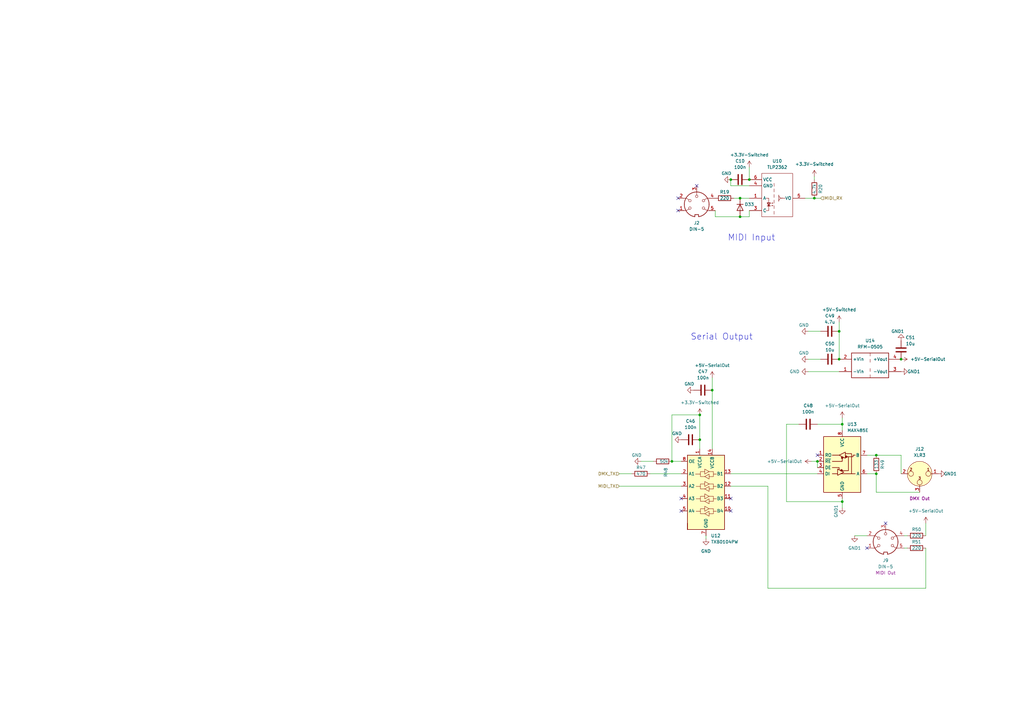
<source format=kicad_sch>
(kicad_sch (version 20211123) (generator eeschema)
  (paper "A3")
  (title_block (rev "v0.1.1") (comment 1 "MOOD: MOdular OpenDeck"))
  (lib_symbols
    (symbol "Connector:DIN-5" (pin_names (offset 1.016))
      (property "Reference" "J" (at 3.175 5.715 0))
      (property "Value" "DIN-5" (at 0 -6.35 0))
      (symbol "DIN-5_0_1"
        (arc (start -5.08 0) (mid -3.8609 -3.3364) (end -0.762 -5.08) (stroke (width 0.254)))
        (circle (center -2.794 -1.524) (radius 0.508))
        (circle (center -2.794 1.524) (radius 0.508))
        (polyline (pts (xy 0 5.08) (xy 0 3.81)))
        (polyline (pts (xy -5.08 -2.54) (xy -4.318 -2.54) (xy -3.175 -1.905)))
        (polyline (pts (xy -5.08 2.54) (xy -4.318 2.54) (xy -3.175 1.905)))
        (polyline (pts (xy 5.08 -2.54) (xy 4.318 -2.54) (xy 3.175 -1.905)))
        (polyline (pts (xy 5.08 2.54) (xy 4.318 2.54) (xy 3.175 1.905)))
        (polyline (pts (xy -0.762 -4.953) (xy -0.762 -4.191) (xy 0.762 -4.191) (xy 0.762 -4.953)) (stroke (width 0.254)))
        (circle (center 0 3.302) (radius 0.508))
        (arc (start 0.762 -5.08) (mid 3.8685 -3.343) (end 5.08 0) (stroke (width 0.254)))
        (circle (center 2.794 -1.524) (radius 0.508))
        (circle (center 2.794 1.524) (radius 0.508))
        (arc (start 5.08 0) (mid 0 5.08) (end -5.08 0) (stroke (width 0.254)))
      )
      (symbol "DIN-5_1_1"
        (pin passive line (at -7.62 -2.54 0) (length 2.54) (name "~") (number "1"))
        (pin passive line (at -7.62 2.54 0) (length 2.54) (name "~") (number "2"))
        (pin passive line (at 0 7.62 270) (length 2.54) (name "~") (number "3"))
        (pin passive line (at 7.62 2.54 180) (length 2.54) (name "~") (number "4"))
        (pin passive line (at 7.62 -2.54 180) (length 2.54) (name "~") (number "5"))
      )
    )
    (symbol "Connector:XLR3" (pin_names hide)
      (property "Reference" "J" (at 0 8.89 0))
      (property "Value" "XLR3" (at 0 6.35 0))
      (symbol "XLR3_0_1"
        (circle (center -3.556 0) (radius 1.016))
        (circle (center 0 -3.556) (radius 1.016))
        (polyline (pts (xy -5.08 0) (xy -4.572 0)))
        (polyline (pts (xy 0 -5.08) (xy 0 -4.572)))
        (polyline (pts (xy 5.08 0) (xy 4.572 0)))
        (circle (center 0 0) (radius 5.08) (fill (type background)))
        (circle (center 3.556 0) (radius 1.016))
        (text "1" (at -3.556 1.778 0) (effects (font (size 1.016 1.016) bold)))
        (text "2" (at 3.556 1.778 0) (effects (font (size 1.016 1.016) bold)))
        (text "3" (at 0 -1.778 0) (effects (font (size 1.016 1.016) bold)))
        (pin passive line (at -7.62 0 0) (length 2.54) (name "~") (number "1"))
        (pin passive line (at 7.62 0 180) (length 2.54) (name "~") (number "2"))
        (pin passive line (at 0 -7.62 90) (length 2.54) (name "~") (number "3"))
      )
    )
    (symbol "DIN-5_1" (pin_names (offset 1.016))
      (property "Reference" "J" (at 3.175 5.715 0))
      (property "Value" "DIN-5_1" (at 0 -6.35 0))
      (symbol "DIN-5_1_0_1"
        (arc (start -5.08 0) (mid -3.8609 -3.3364) (end -0.762 -5.08) (stroke (width 0.254)))
        (circle (center -2.794 -1.524) (radius 0.508))
        (circle (center -2.794 1.524) (radius 0.508))
        (polyline (pts (xy 0 5.08) (xy 0 3.81)))
        (polyline (pts (xy -5.08 -2.54) (xy -4.318 -2.54) (xy -3.175 -1.905)))
        (polyline (pts (xy -5.08 2.54) (xy -4.318 2.54) (xy -3.175 1.905)))
        (polyline (pts (xy 5.08 -2.54) (xy 4.318 -2.54) (xy 3.175 -1.905)))
        (polyline (pts (xy 5.08 2.54) (xy 4.318 2.54) (xy 3.175 1.905)))
        (polyline (pts (xy -0.762 -4.953) (xy -0.762 -4.191) (xy 0.762 -4.191) (xy 0.762 -4.953)) (stroke (width 0.254)))
        (circle (center 0 3.302) (radius 0.508))
        (arc (start 0.762 -5.08) (mid 3.8685 -3.343) (end 5.08 0) (stroke (width 0.254)))
        (circle (center 2.794 -1.524) (radius 0.508))
        (circle (center 2.794 1.524) (radius 0.508))
        (arc (start 5.08 0) (mid 0 5.08) (end -5.08 0) (stroke (width 0.254)))
      )
      (symbol "DIN-5_1_1_1"
        (pin passive line (at -7.62 -2.54 0) (length 2.54) (name "~") (number "1"))
        (pin passive line (at -7.62 2.54 0) (length 2.54) (name "~") (number "2"))
        (pin passive line (at 0 7.62 270) (length 2.54) (name "~") (number "3"))
        (pin passive line (at 7.62 2.54 180) (length 2.54) (name "~") (number "4"))
        (pin passive line (at 7.62 -2.54 180) (length 2.54) (name "~") (number "5"))
      )
    )
    (symbol "Device:C" (pin_numbers hide) (pin_names (offset 0.254))
      (property "Reference" "C" (at 0.635 2.54 0))
      (property "Value" "C" (at 0.635 -2.54 0))
      (symbol "C_0_1"
        (polyline (pts (xy -2.032 -0.762) (xy 2.032 -0.762)) (stroke (width 0.508)))
        (polyline (pts (xy -2.032 0.762) (xy 2.032 0.762)) (stroke (width 0.508)))
      )
      (symbol "C_1_1"
        (pin passive line (at 0 3.81 270) (length 2.794) (name "~") (number "1"))
        (pin passive line (at 0 -3.81 90) (length 2.794) (name "~") (number "2"))
      )
    )
    (symbol "Device:R" (pin_numbers hide) (pin_names (offset 0))
      (property "Reference" "R" (at 2.032 0 90))
      (property "Value" "R" (at 0 0 90))
      (symbol "R_0_1"
        (rectangle (start -1.016 -2.54) (end 1.016 2.54) (stroke (width 0.254)))
      )
      (symbol "R_1_1"
        (pin passive line (at 0 3.81 270) (length 1.27) (name "~") (number "1"))
        (pin passive line (at 0 -3.81 90) (length 1.27) (name "~") (number "2"))
      )
    )
    (symbol "Diode:1N4148WT" (pin_numbers hide) (pin_names (offset 1.016) hide)
      (property "Reference" "D" (at 0 2.54 0))
      (property "Value" "1N4148WT" (at 0 -2.54 0))
      (symbol "1N4148WT_0_1"
        (polyline (pts (xy -1.27 1.27) (xy -1.27 -1.27)) (stroke (width 0.254)))
        (polyline (pts (xy 1.27 0) (xy -1.27 0)))
        (polyline (pts (xy 1.27 1.27) (xy 1.27 -1.27) (xy -1.27 0) (xy 1.27 1.27)) (stroke (width 0.254)))
      )
      (symbol "1N4148WT_1_1"
        (pin passive line (at -3.81 0 0) (length 2.54) (name "K") (number "1"))
        (pin passive line (at 3.81 0 180) (length 2.54) (name "A") (number "2"))
      )
    )
    (symbol "Igor:TLP2362"
      (property "Reference" "U?" (at 6.35 21.59 0))
      (property "Value" "TLP2362" (at 6.35 19.05 0))
      (symbol "TLP2362_0_1"
        (polyline (pts (xy 6.985 8.89) (xy 6.985 6.35)))
        (polyline (pts (xy 9.652 7.62) (xy 8.7376 7.62)))
        (polyline (pts (xy 1.7526 2.54) (xy 2.8956 2.54) (xy 2.8956 7.62) (xy 1.7526 7.62)))
        (arc (start 6.985 8.89) (mid 6.087 6.722) (end 8.255 7.62))
        (arc (start 8.255 7.62) (mid 6.087 8.518) (end 6.985 6.35))
        (circle (center 8.509 7.62) (radius 0.1796) (stroke (width 0.05)))
      )
      (symbol "TLP2362_1_1"
        (polyline (pts (xy 2.2606 4.445) (xy 3.5306 4.445)) (stroke (width 0.254)))
        (polyline (pts (xy 5.0546 2.286) (xy 5.0546 1.016)))
        (polyline (pts (xy 5.0546 4.572) (xy 5.0546 3.302)))
        (polyline (pts (xy 5.0546 6.858) (xy 5.0546 5.588)))
        (polyline (pts (xy 5.0546 9.144) (xy 5.0546 7.874)))
        (polyline (pts (xy 5.0546 11.43) (xy 5.0546 10.16)))
        (polyline (pts (xy 5.0546 13.716) (xy 5.0546 12.446)))
        (polyline (pts (xy 2.8956 4.445) (xy 2.2606 5.715) (xy 3.5306 5.715) (xy 2.8956 4.445)) (stroke (width 0.254)))
        (polyline (pts (xy 3.9116 4.572) (xy 4.6736 4.572) (xy 4.2926 4.445) (xy 4.2926 4.699) (xy 4.6736 4.572)) (stroke (width 0.127)))
        (polyline (pts (xy 3.9116 5.588) (xy 4.6736 5.588) (xy 4.2926 5.461) (xy 4.2926 5.715) (xy 4.6736 5.588)) (stroke (width 0.127)))
        (rectangle (start 0 17.78) (end 12.7 0))
        (pin passive line (at -5.08 7.62 0) (length 5.08) (name "A") (number "1"))
        (pin passive line (at -5.08 2.54 0) (length 5.08) (name "C") (number "3"))
        (pin power_in line (at -5.08 12.7 0) (length 5.08) (name "GND") (number "4"))
        (pin open_collector line (at 17.78 7.62 180) (length 5.08) (name "VO") (number "5"))
        (pin power_in line (at -5.08 15.24 0) (length 5.08) (name "VCC") (number "6"))
      )
    )
    (symbol "Interface_UART:MAX485E"
      (property "Reference" "U" (at -6.096 11.43 0))
      (property "Value" "MAX485E" (at 0.762 11.43 0))
      (symbol "MAX485E_0_1"
        (rectangle (start -7.62 10.16) (end 7.62 -12.7) (stroke (width 0.254)) (fill (type background)))
        (circle (center -0.3048 -3.683) (radius 0.3556) (stroke (width 0.254)) (fill (type outline)))
        (circle (center -0.0254 1.4986) (radius 0.3556) (stroke (width 0.254)) (fill (type outline)))
        (polyline (pts (xy -4.064 -5.08) (xy -1.905 -5.08)) (stroke (width 0.254)))
        (polyline (pts (xy -4.064 2.54) (xy -1.27 2.54)) (stroke (width 0.254)))
        (polyline (pts (xy -1.27 -3.2004) (xy -1.27 -3.4544)) (stroke (width 0.254)))
        (polyline (pts (xy -0.635 -5.08) (xy 5.334 -5.08)) (stroke (width 0.254)))
        (polyline (pts (xy -4.064 -2.54) (xy -1.27 -2.54) (xy -1.27 -3.175)) (stroke (width 0.254)))
        (polyline (pts (xy 0 1.27) (xy 0 0) (xy -4.064 0)) (stroke (width 0.254)))
        (polyline (pts (xy 1.27 3.175) (xy 3.81 3.175) (xy 3.81 -5.08)) (stroke (width 0.254)))
        (polyline (pts (xy 2.54 1.905) (xy 2.54 -3.81) (xy 0 -3.81)) (stroke (width 0.254)))
        (polyline (pts (xy -1.905 -3.175) (xy -1.905 -5.715) (xy 0.635 -4.445) (xy -1.905 -3.175)) (stroke (width 0.254)))
        (polyline (pts (xy -1.27 2.54) (xy 1.27 3.81) (xy 1.27 1.27) (xy -1.27 2.54)) (stroke (width 0.254)))
        (polyline (pts (xy 1.905 1.905) (xy 4.445 1.905) (xy 4.445 2.54) (xy 5.334 2.54)) (stroke (width 0.254)))
        (rectangle (start 1.27 3.175) (end 1.27 3.175))
        (circle (center 1.651 1.905) (radius 0.3556) (stroke (width 0.254)) (fill (type outline)))
      )
      (symbol "MAX485E_1_1"
        (pin output line (at -10.16 2.54 0) (length 2.54) (name "RO") (number "1"))
        (pin input line (at -10.16 0 0) (length 2.54) (name "~{RE}") (number "2"))
        (pin input line (at -10.16 -2.54 0) (length 2.54) (name "DE") (number "3"))
        (pin input line (at -10.16 -5.08 0) (length 2.54) (name "DI") (number "4"))
        (pin power_in line (at 0 -15.24 90) (length 2.54) (name "GND") (number "5"))
        (pin bidirectional line (at 10.16 -5.08 180) (length 2.54) (name "A") (number "6"))
        (pin bidirectional line (at 10.16 2.54 180) (length 2.54) (name "B") (number "7"))
        (pin power_in line (at 0 12.7 270) (length 2.54) (name "VCC") (number "8"))
      )
    )
    (symbol "Logic_LevelTranslator:TXB0104PW"
      (property "Reference" "U" (at -6.35 16.51 0))
      (property "Value" "TXB0104PW" (at 3.81 16.51 0))
      (symbol "TXB0104PW_0_1"
        (rectangle (start -7.62 -15.24) (end -7.62 -12.7) (stroke (width 0.254)))
        (rectangle (start -7.62 15.24) (end 7.62 -15.24) (stroke (width 0.254)) (fill (type background)))
        (polyline (pts (xy -2.286 -7.747) (xy -2.286 -6.731) (xy -0.508 -6.731)))
        (polyline (pts (xy -2.286 -2.667) (xy -2.286 -1.651) (xy -0.508 -1.651)))
        (polyline (pts (xy -2.286 2.413) (xy -2.286 3.429) (xy -0.508 3.429)))
        (polyline (pts (xy -2.286 7.493) (xy -2.286 8.509) (xy -0.508 8.509)))
        (polyline (pts (xy 3.048 -7.747) (xy 3.048 -8.763) (xy 1.27 -8.763)))
        (polyline (pts (xy 3.048 -2.667) (xy 3.048 -3.683) (xy 1.27 -3.683)))
        (polyline (pts (xy 3.048 2.413) (xy 3.048 1.397) (xy 1.27 1.397)))
        (polyline (pts (xy 3.048 7.493) (xy 3.048 6.477) (xy 1.27 6.477)))
        (polyline (pts (xy -0.508 -8.763) (xy -2.286 -8.763) (xy -2.286 -7.747) (xy -4.064 -7.747)))
        (polyline (pts (xy -0.508 -8.763) (xy 1.27 -7.747) (xy 1.27 -9.779) (xy -0.508 -8.763)))
        (polyline (pts (xy -0.508 -3.683) (xy -2.286 -3.683) (xy -2.286 -2.667) (xy -4.064 -2.667)))
        (polyline (pts (xy -0.508 -3.683) (xy 1.27 -2.667) (xy 1.27 -4.699) (xy -0.508 -3.683)))
        (polyline (pts (xy -0.508 1.397) (xy -2.286 1.397) (xy -2.286 2.413) (xy -4.064 2.413)))
        (polyline (pts (xy -0.508 1.397) (xy 1.27 2.413) (xy 1.27 0.381) (xy -0.508 1.397)))
        (polyline (pts (xy -0.508 6.477) (xy -2.286 6.477) (xy -2.286 7.493) (xy -4.318 7.493)))
        (polyline (pts (xy -0.508 6.477) (xy 1.27 7.493) (xy 1.27 5.461) (xy -0.508 6.477)))
        (polyline (pts (xy 1.27 -6.731) (xy -0.508 -7.747) (xy -0.508 -5.715) (xy 1.27 -6.731)))
        (polyline (pts (xy 1.27 -6.731) (xy 3.048 -6.731) (xy 3.048 -7.747) (xy 4.318 -7.747)))
        (polyline (pts (xy 1.27 -1.651) (xy -0.508 -2.667) (xy -0.508 -0.635) (xy 1.27 -1.651)))
        (polyline (pts (xy 1.27 -1.651) (xy 3.048 -1.651) (xy 3.048 -2.667) (xy 4.318 -2.667)))
        (polyline (pts (xy 1.27 3.429) (xy -0.508 2.413) (xy -0.508 4.445) (xy 1.27 3.429)))
        (polyline (pts (xy 1.27 3.429) (xy 3.048 3.429) (xy 3.048 2.413) (xy 4.318 2.413)))
        (polyline (pts (xy 1.27 8.509) (xy -0.508 7.493) (xy -0.508 9.525) (xy 1.27 8.509)))
        (polyline (pts (xy 1.27 8.509) (xy 3.048 8.509) (xy 3.048 7.493) (xy 4.318 7.493)))
      )
      (symbol "TXB0104PW_1_1"
        (pin power_in line (at -2.54 17.78 270) (length 2.54) (name "VCCA") (number "1"))
        (pin bidirectional line (at 10.16 -7.62 180) (length 2.54) (name "B4") (number "10"))
        (pin bidirectional line (at 10.16 -2.54 180) (length 2.54) (name "B3") (number "11"))
        (pin bidirectional line (at 10.16 2.54 180) (length 2.54) (name "B2") (number "12"))
        (pin bidirectional line (at 10.16 7.62 180) (length 2.54) (name "B1") (number "13"))
        (pin power_in line (at 2.54 17.78 270) (length 2.54) (name "VCCB") (number "14"))
        (pin bidirectional line (at -10.16 7.62 0) (length 2.54) (name "A1") (number "2"))
        (pin bidirectional line (at -10.16 2.54 0) (length 2.54) (name "A2") (number "3"))
        (pin bidirectional line (at -10.16 -2.54 0) (length 2.54) (name "A3") (number "4"))
        (pin bidirectional line (at -10.16 -7.62 0) (length 2.54) (name "A4") (number "5"))
        (pin no_connect line (at -10.16 -12.7 0) (length 2.54) hide (name "NC") (number "6"))
        (pin power_in line (at 0 -17.78 90) (length 2.54) (name "GND") (number "7"))
        (pin input line (at -10.16 12.7 0) (length 2.54) (name "OE") (number "8"))
        (pin no_connect line (at 10.16 -12.7 180) (length 2.54) hide (name "NC") (number "9"))
      )
    )
    (symbol "MOOD_Library:+3.3V-Switched" (power) (pin_names (offset 0))
      (property "Value" "+3.3V-Switched" (at 0 3.556 0))
      (symbol "+3.3V-Switched_0_1"
        (polyline (pts (xy -0.762 1.27) (xy 0 2.54)))
        (polyline (pts (xy 0 0) (xy 0 2.54)))
        (polyline (pts (xy 0 2.54) (xy 0.762 1.27)))
      )
      (symbol "+3.3V-Switched_1_1"
        (pin power_in line (at 0 0 90) (length 0) hide (name "+3.3V-Switched") (number "1"))
      )
    )
    (symbol "MOOD_Library:+5V-SerialOut" (power) (pin_names (offset 0))
      (property "Value" "+5V-SerialOut" (at 0 3.556 0))
      (symbol "+5V-SerialOut_0_1"
        (polyline (pts (xy -0.762 1.27) (xy 0 2.54)))
        (polyline (pts (xy 0 0) (xy 0 2.54)))
        (polyline (pts (xy 0 2.54) (xy 0.762 1.27)))
      )
      (symbol "+5V-SerialOut_1_1"
        (pin power_in line (at 0 0 90) (length 0) hide (name "+5V-SerialOut") (number "1"))
      )
    )
    (symbol "MOOD_Library:+5V-Switched" (power) (pin_names (offset 0))
      (property "Value" "+5V-Switched" (at 0 3.556 0))
      (symbol "+5V-Switched_0_1"
        (polyline (pts (xy -0.762 1.27) (xy 0 2.54)))
        (polyline (pts (xy 0 0) (xy 0 2.54)))
        (polyline (pts (xy 0 2.54) (xy 0.762 1.27)))
      )
      (symbol "+5V-Switched_1_1"
        (pin power_in line (at 0 0 90) (length 0) hide (name "+5V-Switched") (number "1"))
      )
    )
    (symbol "igor_lib:RFM-0505"
      (property "Reference" "U?" (at 7.62 13.97 0))
      (property "Value" "RFM-0505" (at 7.62 11.43 0))
      (symbol "RFM-0505_0_0"
        (pin power_in line (at -5.08 2.54 0) (length 5.08) (name "-Vin") (number "1"))
        (pin power_in line (at -5.08 7.62 0) (length 5.08) (name "+Vin") (number "2"))
        (pin power_out line (at 20.32 2.54 180) (length 5.08) (name "-Vout") (number "3"))
        (pin power_out line (at 20.32 7.62 180) (length 5.08) (name "+Vout") (number "4"))
      )
      (symbol "RFM-0505_0_1"
        (polyline (pts (xy 7.62 1.27) (xy 7.62 0)))
        (polyline (pts (xy 7.62 3.81) (xy 7.62 2.54)))
        (polyline (pts (xy 7.62 7.62) (xy 7.62 6.35)))
        (polyline (pts (xy 7.62 10.16) (xy 7.62 8.89)))
        (rectangle (start 0 10.16) (end 15.24 0) (stroke (width 0.254)))
      )
    )
    (symbol "power:GND" (power) (pin_names (offset 0))
      (property "Value" "GND" (at 0 -3.81 0))
      (symbol "GND_0_1"
        (polyline (pts (xy 0 0) (xy 0 -1.27) (xy 1.27 -1.27) (xy 0 -2.54) (xy -1.27 -1.27) (xy 0 -1.27)))
      )
      (symbol "GND_1_1"
        (pin power_in line (at 0 0 270) (length 0) hide (name "GND") (number "1"))
      )
    )
    (symbol "power:GND1" (power) (pin_names (offset 0))
      (property "Value" "GND1" (at 0 -3.81 0))
      (symbol "GND1_0_1"
        (polyline (pts (xy 0 0) (xy 0 -1.27) (xy 1.27 -1.27) (xy 0 -2.54) (xy -1.27 -1.27) (xy 0 -1.27)))
      )
      (symbol "GND1_1_1"
        (pin power_in line (at 0 0 270) (length 0) hide (name "GND1") (number "1"))
      )
    )
  )
  (junction (at 303.53 88.9))
  (junction (at 344.17 147.32))
  (junction (at 307.34 73.66))
  (junction (at 287.02 180.34))
  (junction (at 344.17 135.89))
  (junction (at 287.02 170.18))
  (junction (at 303.53 81.28))
  (junction (at 335.28 189.23))
  (junction (at 334.01 81.28))
  (junction (at 345.44 173.99))
  (junction (at 275.59 189.23))
  (junction (at 359.41 194.31))
  (junction (at 359.41 186.69))
  (junction (at 292.1 160.02))
  (junction (at 369.57 147.32))
  (junction (at 345.44 205.74))
  (junction (at 299.72 73.66))
  (no_connect (at 363.22 214.63))
  (no_connect (at 299.72 209.55))
  (no_connect (at 285.75 76.2))
  (no_connect (at 299.72 204.47))
  (no_connect (at 355.6 224.79))
  (no_connect (at 279.4 204.47))
  (no_connect (at 278.13 86.36))
  (no_connect (at 278.13 81.28))
  (no_connect (at 335.28 186.69))
  (no_connect (at 279.4 209.55))
  (wire (pts (xy 307.34 76.2) (xy 299.72 76.2)))
  (wire (pts (xy 344.17 135.89) (xy 344.17 147.32)))
  (wire (pts (xy 254 199.39) (xy 279.4 199.39)))
  (wire (pts (xy 303.53 88.9) (xy 307.34 88.9)))
  (wire (pts (xy 334.01 81.28) (xy 336.55 81.28)))
  (wire (pts (xy 322.58 173.99) (xy 322.58 205.74)))
  (wire (pts (xy 289.56 219.71) (xy 289.56 220.98)))
  (wire (pts (xy 331.47 152.4) (xy 344.17 152.4)))
  (wire (pts (xy 330.2 81.28) (xy 334.01 81.28)))
  (wire (pts (xy 335.28 189.23) (xy 335.28 191.77)))
  (wire (pts (xy 331.47 147.32) (xy 336.55 147.32)))
  (wire (pts (xy 287.02 180.34) (xy 287.02 184.15)))
  (wire (pts (xy 293.37 88.9) (xy 293.37 86.36)))
  (wire (pts (xy 332.74 189.23) (xy 335.28 189.23)))
  (wire (pts (xy 369.57 194.31) (xy 369.57 186.69)))
  (wire (pts (xy 300.99 81.28) (xy 303.53 81.28)))
  (wire (pts (xy 359.41 186.69) (xy 369.57 186.69)))
  (wire (pts (xy 322.58 205.74) (xy 345.44 205.74)))
  (wire (pts (xy 372.11 224.79) (xy 370.84 224.79)))
  (wire (pts (xy 359.41 201.93) (xy 377.19 201.93)))
  (wire (pts (xy 287.02 170.18) (xy 287.02 180.34)))
  (wire (pts (xy 262.89 189.23) (xy 267.97 189.23)))
  (wire (pts (xy 355.6 194.31) (xy 359.41 194.31)))
  (wire (pts (xy 345.44 205.74) (xy 345.44 208.28)))
  (wire (pts (xy 355.6 186.69) (xy 359.41 186.69)))
  (wire (pts (xy 266.7 194.31) (xy 279.4 194.31)))
  (wire (pts (xy 292.1 154.94) (xy 292.1 160.02)))
  (wire (pts (xy 287.02 170.18) (xy 275.59 170.18)))
  (wire (pts (xy 254 194.31) (xy 259.08 194.31)))
  (wire (pts (xy 331.47 135.89) (xy 336.55 135.89)))
  (wire (pts (xy 345.44 171.45) (xy 345.44 173.99)))
  (wire (pts (xy 292.1 160.02) (xy 292.1 184.15)))
  (wire (pts (xy 275.59 170.18) (xy 275.59 189.23)))
  (wire (pts (xy 299.72 76.2) (xy 299.72 73.66)))
  (wire (pts (xy 307.34 68.58) (xy 307.34 73.66)))
  (wire (pts (xy 372.11 219.71) (xy 370.84 219.71)))
  (wire (pts (xy 344.17 132.08) (xy 344.17 135.89)))
  (wire (pts (xy 303.53 81.28) (xy 307.34 81.28)))
  (wire (pts (xy 345.44 173.99) (xy 345.44 176.53)))
  (wire (pts (xy 307.34 88.9) (xy 307.34 86.36)))
  (wire (pts (xy 350.52 219.71) (xy 355.6 219.71)))
  (wire (pts (xy 314.96 241.3) (xy 379.73 241.3)))
  (wire (pts (xy 334.01 72.39) (xy 334.01 73.66)))
  (wire (pts (xy 335.28 173.99) (xy 345.44 173.99)))
  (wire (pts (xy 299.72 194.31) (xy 335.28 194.31)))
  (wire (pts (xy 345.44 204.47) (xy 345.44 205.74)))
  (wire (pts (xy 293.37 88.9) (xy 303.53 88.9)))
  (wire (pts (xy 299.72 199.39) (xy 314.96 199.39)))
  (wire (pts (xy 379.73 214.63) (xy 379.73 219.71)))
  (wire (pts (xy 314.96 199.39) (xy 314.96 241.3)))
  (wire (pts (xy 359.41 194.31) (xy 359.41 201.93)))
  (wire (pts (xy 275.59 189.23) (xy 279.4 189.23)))
  (wire (pts (xy 327.66 173.99) (xy 322.58 173.99)))
  (wire (pts (xy 379.73 241.3) (xy 379.73 224.79)))
  (text "MIDI Input" (at 298.45 99.06 0) (effects (font (size 2.54 2.54)) (justify left bottom)))
  (text "Serial Output" (at 283.21 139.7 0) (effects (font (size 2.54 2.54)) (justify left bottom)))
  (hierarchical_label "DMX_TX" (shape input) (at 254 194.31 180))
  (hierarchical_label "MIDI_RX" (shape input) (at 336.55 81.28 0))
  (hierarchical_label "MIDI_TX" (shape input) (at 254 199.39 180))
  (symbol (lib_id "MOOD_Library:+5V-SerialOut") (at 369.57 147.32 270) (unit 1)
    (property "Reference" "#PWR0173" (effects hide))
    (property "Value" "+5V-SerialOut" (at 373.38 147.3199 90) (effects (justify left)))
  )
  (symbol (lib_id "Device:R") (at 359.41 190.5 0) (unit 1)
    (property "Reference" "R49" (at 361.95 190.5 90))
    (property "Value" "133" (at 359.41 190.5 90))
    (property "Footprint" "Resistor_SMD:R_0402_1005Metric" (effects hide))
    (property "LCSC" "C497125" (effects hide))
  )
  (symbol (lib_id "Interface_UART:MAX485E") (at 345.44 189.23 0) (unit 1)
    (property "Reference" "U13" (at 347.4594 173.99 0) (effects (justify left)))
    (property "Value" "MAX485E" (at 347.4594 176.53 0) (effects (justify left)))
    (property "Datasheet" "https://datasheets.maximintegrated.com/en/ds/MAX1487E-MAX491E.pdf" (effects hide))
  )
  (symbol (lib_id "power:GND1") (at 369.57 152.4 90) (mirror x) (unit 1)
    (property "Reference" "#PWR0172" (effects hide))
    (property "Value" "GND1" (at 372.11 152.4 90) (effects (justify right)))
  )
  (symbol (lib_id "Logic_LevelTranslator:TXB0104PW") (at 289.56 201.93 0) (unit 1)
    (property "Reference" "U12" (at 291.5794 219.71 0) (effects (justify left)))
    (property "Value" "TXB0104PW" (at 291.5794 222.25 0) (effects (justify left)))
    (property "Footprint" "Package_SO:TSSOP-14_4.4x5mm_P0.65mm" (effects hide))
    (property "Datasheet" "http://www.ti.com/lit/ds/symlink/txb0104.pdf" (effects hide))
  )
  (symbol (lib_id "Device:C") (at 331.47 173.99 90) (unit 1)
    (property "Reference" "C48" (at 331.47 166.37 90))
    (property "Value" "100n" (at 331.47 168.91 90))
    (property "Footprint" "Capacitor_SMD:C_0402_1005Metric" (effects hide))
    (property "LCSC" "C1525" (effects hide))
  )
  (symbol (lib_id "power:GND") (at 331.47 135.89 270) (unit 1)
    (property "Reference" "#PWR0178" (effects hide))
    (property "Value" "GND" (at 327.66 133.35 90) (effects (justify left)))
  )
  (symbol (lib_id "Device:R") (at 271.78 189.23 270) (unit 1)
    (property "Reference" "R48" (at 273.0501 191.77 0) (effects (justify left)))
    (property "Value" "50k" (at 270.51 189.23 90) (effects (justify left)))
  )
  (symbol (lib_id "MOOD_Library:+5V-SerialOut") (at 332.74 189.23 90) (unit 1)
    (property "Reference" "#PWR0166" (effects hide))
    (property "Value" "+5V-SerialOut" (at 328.93 189.2299 90) (effects (justify left)))
  )
  (symbol (lib_id "Connector:XLR3") (at 377.19 194.31 0) (mirror y) (unit 1)
    (property "Reference" "J12" (at 377.19 184.15 0))
    (property "Value" "XLR3" (at 377.19 186.69 0))
    (property "Footprint" "igor_footprint_lib:TRAPC3MX" (effects hide))
    (property "Datasheet" " ~" (effects hide))
    (property "Signal" "DMX Out" (at 377.19 204.47 0))
  )
  (symbol (lib_id "power:GND") (at 284.48 160.02 270) (unit 1)
    (property "Reference" "#PWR0180" (effects hide))
    (property "Value" "~" (at 280.67 157.48 90) (effects (justify left)))
  )
  (symbol (lib_id "Device:R") (at 334.01 77.47 0) (unit 1)
    (property "Reference" "R20" (at 336.55 77.47 90))
    (property "Value" "4.7k" (at 334.01 77.47 90))
    (property "Footprint" "Resistor_SMD:R_0402_1005Metric" (effects hide))
    (property "LCSC" "C25900" (effects hide))
  )
  (symbol (lib_id "power:GND") (at 299.72 73.66 270) (unit 1)
    (property "Reference" "#PWR0189" (effects hide))
    (property "Value" "GND" (at 295.91 71.12 90) (effects (justify left)))
  )
  (symbol (lib_id "Device:R") (at 375.92 224.79 90) (unit 1)
    (property "Reference" "R51" (at 375.92 222.25 90))
    (property "Value" "220" (at 375.92 224.79 90))
    (property "Footprint" "Resistor_SMD:R_0402_1005Metric" (effects hide))
    (property "LCSC" "C25077" (effects hide))
  )
  (symbol (lib_id "Device:C") (at 288.29 160.02 90) (unit 1)
    (property "Reference" "C47" (at 288.29 152.4 90))
    (property "Value" "100n" (at 288.29 154.94 90))
    (property "Footprint" "Capacitor_SMD:C_0402_1005Metric" (effects hide))
    (property "LCSC" "C1525" (effects hide))
  )
  (symbol (lib_id "power:GND1") (at 350.52 219.71 0) (unit 1)
    (property "Reference" "#PWR0169" (effects hide))
    (property "Value" "GND1" (at 350.52 224.79 0))
  )
  (symbol (lib_id "power:GND1") (at 345.44 208.28 0) (unit 1)
    (property "Reference" "#PWR0170" (effects hide))
    (property "Value" "GND1" (at 342.9 207.01 90) (effects (justify right)))
  )
  (symbol (lib_id "MOOD_Library:+3.3V-Switched") (at 334.01 72.39 0) (unit 1)
    (property "Reference" "#PWR0190" (effects hide))
    (property "Value" "+3.3V-Switched" (at 334.01 67.31 0))
  )
  (symbol (lib_id "power:GND") (at 279.4 180.34 270) (unit 1)
    (property "Reference" "#PWR0174" (effects hide))
    (property "Value" "~" (at 275.59 177.8 90) (effects (justify left)))
  )
  (symbol (lib_id "Device:C") (at 340.36 135.89 90) (unit 1)
    (property "Reference" "C49" (at 340.36 129.54 90))
    (property "Value" "4.7u" (at 340.36 132.08 90))
    (property "Footprint" "Capacitor_SMD:C_0402_1005Metric" (effects hide))
    (property "LCSC" "C23733" (effects hide))
  )
  (symbol (lib_id "Device:C") (at 303.53 73.66 90) (unit 1)
    (property "Reference" "C10" (at 303.53 66.04 90))
    (property "Value" "100n" (at 303.53 68.58 90))
    (property "Footprint" "Capacitor_SMD:C_0402_1005Metric" (effects hide))
    (property "LCSC" "C1525" (effects hide))
  )
  (symbol (lib_id "power:GND") (at 331.47 147.32 270) (unit 1)
    (property "Reference" "#PWR0177" (effects hide))
    (property "Value" "GND" (at 327.66 144.78 90) (effects (justify left)))
  )
  (symbol (lib_id "power:GND1") (at 369.57 139.7 0) (mirror x) (unit 1)
    (property "Reference" "#PWR0171" (effects hide))
    (property "Value" "GND1" (at 370.84 135.89 0) (effects (justify right)))
  )
  (symbol (lib_id "MOOD_Library:+5V-Switched") (at 344.17 132.08 0) (unit 1)
    (property "Reference" "#PWR0183" (effects hide))
    (property "Value" "+5V-Switched" (at 344.17 127 0))
  )
  (symbol (lib_id "power:GND") (at 331.47 152.4 270) (mirror x) (unit 1)
    (property "Reference" "#PWR0179" (effects hide))
    (property "Value" "GND" (at 323.85 152.4 90) (effects (justify left)))
  )
  (symbol (lib_id "Device:C") (at 340.36 147.32 90) (unit 1)
    (property "Reference" "C50" (at 340.36 140.97 90))
    (property "Value" "10u" (at 340.36 143.51 90))
    (property "Footprint" "Capacitor_SMD:C_0402_1005Metric" (effects hide))
    (property "LCSC" "C23733" (effects hide))
  )
  (symbol (lib_id "Device:R") (at 297.18 81.28 90) (unit 1)
    (property "Reference" "R19" (at 297.18 78.74 90))
    (property "Value" "220" (at 297.18 81.28 90))
    (property "Footprint" "Resistor_SMD:R_0402_1005Metric" (effects hide))
    (property "LCSC" "C25091" (effects hide))
  )
  (symbol (lib_id "Device:C") (at 369.57 143.51 0) (unit 1)
    (property "Reference" "C51" (at 373.38 138.43 0))
    (property "Value" "10u" (at 373.38 140.97 0))
    (property "Footprint" "Capacitor_SMD:C_0402_1005Metric" (effects hide))
    (property "LCSC" "C15525" (effects hide))
  )
  (symbol (lib_id "power:GND") (at 262.89 189.23 270) (unit 1)
    (property "Reference" "#PWR0188" (effects hide))
    (property "Value" "~" (at 259.08 186.69 90) (effects (justify left)))
  )
  (symbol (lib_id "Device:R") (at 375.92 219.71 90) (unit 1)
    (property "Reference" "R50" (at 375.92 217.17 90))
    (property "Value" "220" (at 375.92 219.71 90))
    (property "Footprint" "Resistor_SMD:R_0402_1005Metric" (effects hide))
    (property "LCSC" "C25105" (effects hide))
  )
  (symbol (lib_id "MOOD_Library:+3.3V-Switched") (at 287.02 170.18 0) (unit 1)
    (property "Reference" "#PWR0175" (effects hide))
    (property "Value" "+3.3V-Switched" (at 287.02 165.1 0))
  )
  (symbol (lib_id "Device:R") (at 262.89 194.31 90) (unit 1)
    (property "Reference" "R47" (at 262.89 191.77 90))
    (property "Value" "470" (at 262.89 194.31 90))
    (property "Footprint" "Resistor_SMD:R_0402_1005Metric" (effects hide))
    (property "LCSC" "C25117" (effects hide))
  )
  (symbol (lib_id "Igor:TLP2362") (at 312.42 88.9 0) (unit 1)
    (property "Reference" "U10" (at 318.77 66.04 0))
    (property "Value" "TLP2362" (at 318.77 68.58 0))
    (property "Footprint" "Package_SO:SO-5_4.4x3.6mm_P1.27mm" (effects hide))
    (property "LCSC" "C37658" (effects hide))
  )
  (symbol (lib_id "Connector:DIN-5") (at 285.75 83.82 0) (unit 1)
    (property "Reference" "J2" (at 285.7501 91.44 0))
    (property "Value" "DIN-5" (at 285.7501 93.98 0))
    (property "Footprint" "igor_footprint_lib:DIN5" (effects hide))
    (property "Datasheet" "http://www.mouser.com/ds/2/18/40_c091_abd_e-75918.pdf" (effects hide))
  )
  (symbol (lib_id "MOOD_Library:+5V-SerialOut") (at 379.73 214.63 0) (unit 1)
    (property "Reference" "#PWR0167" (effects hide))
    (property "Value" "+5V-SerialOut" (at 379.73 209.55 0))
  )
  (symbol (lib_id "power:GND") (at 289.56 220.98 0) (unit 1)
    (property "Reference" "#PWR0184" (effects hide))
    (property "Value" "GND" (at 289.56 226.06 0))
  )
  (symbol (lib_id "igor_lib:RFM-0505") (at 349.25 154.94 0) (unit 1)
    (property "Reference" "U14" (at 356.87 139.7 0))
    (property "Value" "RFM-0505" (at 356.87 142.24 0))
    (property "Footprint" "igor_footprint_lib:RFM-0505" (effects hide))
    (property "LCSC" "C131038" (effects hide))
  )
  (symbol (lib_name "DIN-5_1") (lib_id "Connector:DIN-5") (at 363.22 222.25 0) (unit 1)
    (property "Reference" "J9" (at 363.2201 229.87 0))
    (property "Value" "DIN-5" (at 363.2201 232.41 0))
    (property "Footprint" "igor_footprint_lib:DIN5" (effects hide))
    (property "Datasheet" "http://www.mouser.com/ds/2/18/40_c091_abd_e-75918.pdf" (effects hide))
    (property "Signal" "MIDI Out" (at 363.22 234.95 0))
  )
  (symbol (lib_id "MOOD_Library:+5V-SerialOut") (at 345.44 171.45 0) (unit 1)
    (property "Reference" "#PWR0182" (effects hide))
    (property "Value" "+5V-SerialOut" (at 345.44 166.37 0))
  )
  (symbol (lib_id "Device:C") (at 283.21 180.34 90) (unit 1)
    (property "Reference" "C46" (at 283.21 172.72 90))
    (property "Value" "100n" (at 283.21 175.26 90))
    (property "Footprint" "Capacitor_SMD:C_0402_1005Metric" (effects hide))
    (property "LCSC" "C1525" (effects hide))
  )
  (symbol (lib_id "power:GND1") (at 384.81 194.31 90) (unit 1)
    (property "Reference" "#PWR0168" (effects hide))
    (property "Value" "GND1" (at 392.43 194.31 90) (effects (justify left)))
  )
  (symbol (lib_id "MOOD_Library:+5V-SerialOut") (at 292.1 154.94 0) (unit 1)
    (property "Reference" "#PWR0181" (effects hide))
    (property "Value" "+5V-SerialOut" (at 292.1 149.86 0))
  )
  (symbol (lib_id "MOOD_Library:+3.3V-Switched") (at 307.34 68.58 0) (unit 1)
    (property "Reference" "#PWR0191" (effects hide))
    (property "Value" "+3.3V-Switched" (at 307.34 63.5 0))
  )
  (symbol (lib_id "Diode:1N4148WT") (at 303.53 85.09 270) (unit 1)
    (property "Reference" "D33" (at 307.34 83.82 90))
    (property "Value" "1N4148WT" (effects hide))
    (property "Footprint" "Diode_SMD:D_SOD-523" (effects hide))
    (property "Datasheet" "https://www.diodes.com/assets/Datasheets/ds30396.pdf" (effects hide))
    (property "LCSC" "C232841" (effects hide))
  )
)
</source>
